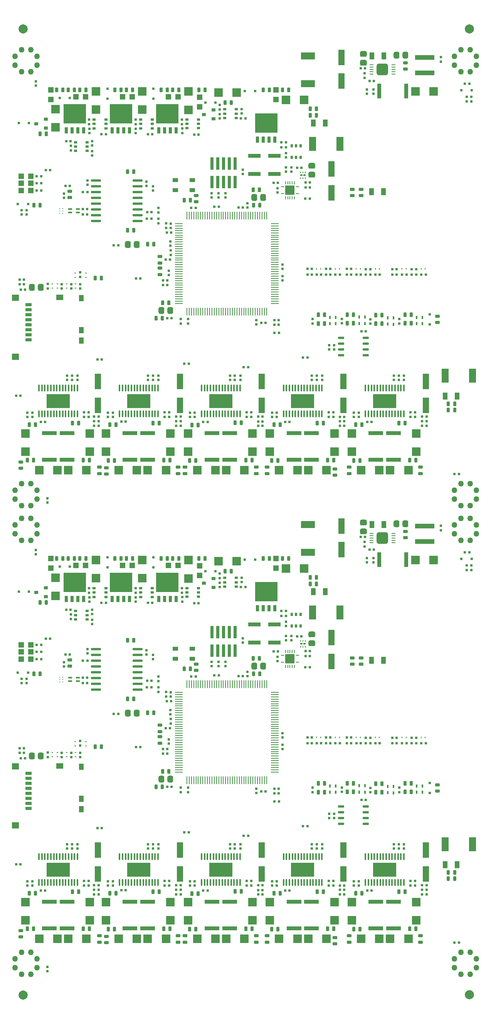
<source format=gtp>
G04 Layer_Color=8421504*
%FSLAX24Y24*%
%MOIN*%
G70*
G01*
G75*
G04:AMPARAMS|DCode=11|XSize=78.7mil|YSize=78.7mil|CornerRadius=39.4mil|HoleSize=0mil|Usage=FLASHONLY|Rotation=90.000|XOffset=0mil|YOffset=0mil|HoleType=Round|Shape=RoundedRectangle|*
%AMROUNDEDRECTD11*
21,1,0.0787,0.0000,0,0,90.0*
21,1,0.0000,0.0787,0,0,90.0*
1,1,0.0787,0.0000,0.0000*
1,1,0.0787,0.0000,0.0000*
1,1,0.0787,0.0000,0.0000*
1,1,0.0787,0.0000,0.0000*
%
%ADD11ROUNDEDRECTD11*%
%ADD41R,0.0591X0.0453*%
%ADD45C,0.0500*%
%ADD142R,0.0236X0.0118*%
%ADD143R,0.0787X0.0787*%
%ADD144O,0.0295X0.0090*%
%ADD145O,0.0090X0.0295*%
%ADD146R,0.0138X0.0098*%
G04:AMPARAMS|DCode=147|XSize=20mil|YSize=22mil|CornerRadius=3.4mil|HoleSize=0mil|Usage=FLASHONLY|Rotation=0.000|XOffset=0mil|YOffset=0mil|HoleType=Round|Shape=RoundedRectangle|*
%AMROUNDEDRECTD147*
21,1,0.0200,0.0152,0,0,0.0*
21,1,0.0132,0.0220,0,0,0.0*
1,1,0.0068,0.0066,-0.0076*
1,1,0.0068,-0.0066,-0.0076*
1,1,0.0068,-0.0066,0.0076*
1,1,0.0068,0.0066,0.0076*
%
%ADD147ROUNDEDRECTD147*%
%ADD148R,0.0220X0.0220*%
G04:AMPARAMS|DCode=149|XSize=27.1mil|YSize=37.4mil|CornerRadius=4.8mil|HoleSize=0mil|Usage=FLASHONLY|Rotation=0.000|XOffset=0mil|YOffset=0mil|HoleType=Round|Shape=RoundedRectangle|*
%AMROUNDEDRECTD149*
21,1,0.0271,0.0277,0,0,0.0*
21,1,0.0175,0.0374,0,0,0.0*
1,1,0.0097,0.0087,-0.0139*
1,1,0.0097,-0.0087,-0.0139*
1,1,0.0097,-0.0087,0.0139*
1,1,0.0097,0.0087,0.0139*
%
%ADD149ROUNDEDRECTD149*%
G04:AMPARAMS|DCode=150|XSize=27.1mil|YSize=37.4mil|CornerRadius=4.8mil|HoleSize=0mil|Usage=FLASHONLY|Rotation=270.000|XOffset=0mil|YOffset=0mil|HoleType=Round|Shape=RoundedRectangle|*
%AMROUNDEDRECTD150*
21,1,0.0271,0.0277,0,0,270.0*
21,1,0.0175,0.0374,0,0,270.0*
1,1,0.0097,-0.0139,-0.0087*
1,1,0.0097,-0.0139,0.0087*
1,1,0.0097,0.0139,0.0087*
1,1,0.0097,0.0139,-0.0087*
%
%ADD150ROUNDEDRECTD150*%
G04:AMPARAMS|DCode=151|XSize=20mil|YSize=22mil|CornerRadius=3.4mil|HoleSize=0mil|Usage=FLASHONLY|Rotation=270.000|XOffset=0mil|YOffset=0mil|HoleType=Round|Shape=RoundedRectangle|*
%AMROUNDEDRECTD151*
21,1,0.0200,0.0152,0,0,270.0*
21,1,0.0132,0.0220,0,0,270.0*
1,1,0.0068,-0.0076,-0.0066*
1,1,0.0068,-0.0076,0.0066*
1,1,0.0068,0.0076,0.0066*
1,1,0.0068,0.0076,-0.0066*
%
%ADD151ROUNDEDRECTD151*%
%ADD152R,0.0108X0.0086*%
%ADD153R,0.0334X0.0137*%
%ADD154R,0.1082X0.0374*%
%ADD155R,0.0340X0.0300*%
%ADD156R,0.0220X0.0220*%
%ADD157R,0.0770X0.0770*%
%ADD158R,0.0770X0.0770*%
%ADD159R,0.0216X0.0315*%
%ADD160R,0.0315X0.0216*%
%ADD161R,0.0413X0.0649*%
G04:AMPARAMS|DCode=162|XSize=50mil|YSize=58mil|CornerRadius=12mil|HoleSize=0mil|Usage=FLASHONLY|Rotation=270.000|XOffset=0mil|YOffset=0mil|HoleType=Round|Shape=RoundedRectangle|*
%AMROUNDEDRECTD162*
21,1,0.0500,0.0340,0,0,270.0*
21,1,0.0260,0.0580,0,0,270.0*
1,1,0.0240,-0.0170,-0.0130*
1,1,0.0240,-0.0170,0.0130*
1,1,0.0240,0.0170,0.0130*
1,1,0.0240,0.0170,-0.0130*
%
%ADD162ROUNDEDRECTD162*%
%ADD163R,0.0531X0.1319*%
%ADD164R,0.0098X0.0138*%
%ADD165O,0.0118X0.0649*%
%ADD166R,0.2035X0.1200*%
%ADD167R,0.0649X0.0531*%
%ADD168R,0.0433X0.0571*%
%ADD169R,0.0571X0.0295*%
G04:AMPARAMS|DCode=170|XSize=50mil|YSize=58mil|CornerRadius=12mil|HoleSize=0mil|Usage=FLASHONLY|Rotation=0.000|XOffset=0mil|YOffset=0mil|HoleType=Round|Shape=RoundedRectangle|*
%AMROUNDEDRECTD170*
21,1,0.0500,0.0340,0,0,0.0*
21,1,0.0260,0.0580,0,0,0.0*
1,1,0.0240,0.0130,-0.0170*
1,1,0.0240,-0.0130,-0.0170*
1,1,0.0240,-0.0130,0.0170*
1,1,0.0240,0.0130,0.0170*
%
%ADD170ROUNDEDRECTD170*%
%ADD171R,0.0460X0.0460*%
%ADD172R,0.0460X0.0460*%
%ADD173R,0.1240X0.0610*%
%ADD174R,0.0610X0.1240*%
%ADD175R,0.0180X0.0260*%
%ADD176R,0.0275X0.1082*%
%ADD177R,0.1653X0.0445*%
%ADD178R,0.0260X0.0540*%
%ADD179R,0.1950X0.1680*%
%ADD180R,0.1279X0.0334*%
%ADD181R,0.0334X0.1279*%
%ADD182O,0.0689X0.0098*%
%ADD183O,0.0098X0.0689*%
%ADD184R,0.0382X0.0098*%
G04:AMPARAMS|DCode=185|XSize=103mil|YSize=103mil|CornerRadius=25.3mil|HoleSize=0mil|Usage=FLASHONLY|Rotation=0.000|XOffset=0mil|YOffset=0mil|HoleType=Round|Shape=RoundedRectangle|*
%AMROUNDEDRECTD185*
21,1,0.1030,0.0525,0,0,0.0*
21,1,0.0525,0.1030,0,0,0.0*
1,1,0.0505,0.0263,-0.0263*
1,1,0.0505,-0.0263,-0.0263*
1,1,0.0505,-0.0263,0.0263*
1,1,0.0505,0.0263,0.0263*
%
%ADD185ROUNDEDRECTD185*%
%ADD186O,0.0886X0.0216*%
%ADD187O,0.0571X0.0216*%
%ADD188R,0.0452X0.0334*%
%ADD189R,0.0090X0.0137*%
G36*
X16192Y36205D02*
Y36153D01*
X15980D01*
Y36205D01*
X16015Y36240D01*
X16157D01*
X16192Y36205D01*
D02*
G37*
G36*
X16571D02*
Y36153D01*
X16361D01*
Y36205D01*
X16401Y36240D01*
X16541D01*
X16571Y36205D01*
D02*
G37*
G36*
X15818Y36201D02*
Y36153D01*
X15677D01*
Y36244D01*
X15775D01*
X15818Y36201D01*
D02*
G37*
G36*
X12561Y36205D02*
Y36153D01*
X12351D01*
Y36205D01*
X12391Y36240D01*
X12531D01*
X12561Y36205D01*
D02*
G37*
G36*
X12861Y36153D02*
X12731D01*
Y36201D01*
X12771Y36244D01*
X12861D01*
Y36153D01*
D02*
G37*
G36*
X24369Y36761D02*
X24334Y36731D01*
X24184D01*
X24145Y36771D01*
Y37011D01*
X24369D01*
Y36761D01*
D02*
G37*
G36*
X24747D02*
X24712Y36731D01*
X24562D01*
X24523Y36771D01*
Y37011D01*
X24747D01*
Y36761D01*
D02*
G37*
G36*
X25796Y36491D02*
X25696D01*
Y37011D01*
X25796D01*
Y36491D01*
D02*
G37*
G36*
X16871Y36153D02*
X16741D01*
Y36201D01*
X16781Y36244D01*
X16871D01*
Y36153D01*
D02*
G37*
G36*
X23976Y36491D02*
X23865D01*
Y37011D01*
X23976D01*
Y36491D01*
D02*
G37*
G36*
X25426Y35353D02*
X25296D01*
Y35401D01*
X25336Y35444D01*
X25426D01*
Y35353D01*
D02*
G37*
G36*
X7823Y36201D02*
Y36153D01*
X7681D01*
Y36244D01*
X7780D01*
X7823Y36201D01*
D02*
G37*
G36*
X25126Y35405D02*
Y35353D01*
X24916D01*
Y35405D01*
X24956Y35440D01*
X25096D01*
X25126Y35405D01*
D02*
G37*
G36*
X24373Y35401D02*
Y35353D01*
X24232D01*
Y35444D01*
X24330D01*
X24373Y35401D01*
D02*
G37*
G36*
X24747Y35405D02*
Y35353D01*
X24535D01*
Y35405D01*
X24570Y35440D01*
X24712D01*
X24747Y35405D01*
D02*
G37*
G36*
X11808Y36201D02*
Y36153D01*
X11667D01*
Y36244D01*
X11765D01*
X11808Y36201D01*
D02*
G37*
G36*
X12182Y36205D02*
Y36153D01*
X11970D01*
Y36205D01*
X12005Y36240D01*
X12147D01*
X12182Y36205D01*
D02*
G37*
G36*
X8876Y36153D02*
X8746D01*
Y36201D01*
X8786Y36244D01*
X8876D01*
Y36153D01*
D02*
G37*
G36*
X8197Y36205D02*
Y36153D01*
X7985D01*
Y36205D01*
X8020Y36240D01*
X8162D01*
X8197Y36205D01*
D02*
G37*
G36*
X8576D02*
Y36153D01*
X8366D01*
Y36205D01*
X8406Y36240D01*
X8546D01*
X8576Y36205D01*
D02*
G37*
G36*
X12182Y37561D02*
X12147Y37531D01*
X11997D01*
X11958Y37571D01*
Y37811D01*
X12182D01*
Y37561D01*
D02*
G37*
G36*
X12561Y37571D02*
X12521Y37531D01*
X12381D01*
X12341Y37571D01*
Y37811D01*
X12561D01*
Y37571D01*
D02*
G37*
G36*
X11804Y37561D02*
X11769Y37531D01*
X11619D01*
X11580Y37571D01*
Y37811D01*
X11804D01*
Y37561D01*
D02*
G37*
G36*
X8576Y37571D02*
X8536Y37531D01*
X8396D01*
X8356Y37571D01*
Y37811D01*
X8576D01*
Y37571D01*
D02*
G37*
G36*
X8946D02*
X8916Y37531D01*
X8766D01*
X8726Y37571D01*
Y37811D01*
X8946D01*
Y37571D01*
D02*
G37*
G36*
X16571D02*
X16531Y37531D01*
X16391D01*
X16351Y37571D01*
Y37811D01*
X16571D01*
Y37571D01*
D02*
G37*
G36*
X16941D02*
X16911Y37531D01*
X16761D01*
X16721Y37571D01*
Y37811D01*
X16941D01*
Y37571D01*
D02*
G37*
G36*
X16192Y37561D02*
X16157Y37531D01*
X16007D01*
X15968Y37571D01*
Y37811D01*
X16192D01*
Y37561D01*
D02*
G37*
G36*
X12931Y37571D02*
X12901Y37531D01*
X12751D01*
X12711Y37571D01*
Y37811D01*
X12931D01*
Y37571D01*
D02*
G37*
G36*
X15814Y37561D02*
X15779Y37531D01*
X15629D01*
X15590Y37571D01*
Y37811D01*
X15814D01*
Y37561D01*
D02*
G37*
G36*
X9246Y37291D02*
X9146D01*
Y37811D01*
X9246D01*
Y37291D01*
D02*
G37*
G36*
X11411D02*
X11300D01*
Y37811D01*
X11411D01*
Y37291D01*
D02*
G37*
G36*
X7426D02*
X7315D01*
Y37811D01*
X7426D01*
Y37291D01*
D02*
G37*
G36*
X25126Y36771D02*
X25086Y36731D01*
X24946D01*
X24906Y36771D01*
Y37011D01*
X25126D01*
Y36771D01*
D02*
G37*
G36*
X25496D02*
X25466Y36731D01*
X25316D01*
X25276Y36771D01*
Y37011D01*
X25496D01*
Y36771D01*
D02*
G37*
G36*
X7819Y37561D02*
X7784Y37531D01*
X7634D01*
X7595Y37571D01*
Y37811D01*
X7819D01*
Y37561D01*
D02*
G37*
G36*
X8197D02*
X8162Y37531D01*
X8012D01*
X7973Y37571D01*
Y37811D01*
X8197D01*
Y37561D01*
D02*
G37*
G36*
X17241Y37291D02*
X17141D01*
Y37811D01*
X17241D01*
Y37291D01*
D02*
G37*
G36*
X13231D02*
X13131D01*
Y37811D01*
X13231D01*
Y37291D01*
D02*
G37*
G36*
X15421D02*
X15310D01*
Y37811D01*
X15421D01*
Y37291D01*
D02*
G37*
G36*
X16192Y76705D02*
Y76653D01*
X15980D01*
Y76705D01*
X16015Y76740D01*
X16157D01*
X16192Y76705D01*
D02*
G37*
G36*
X16571D02*
Y76653D01*
X16361D01*
Y76705D01*
X16401Y76740D01*
X16541D01*
X16571Y76705D01*
D02*
G37*
G36*
X15818Y76701D02*
Y76653D01*
X15677D01*
Y76744D01*
X15775D01*
X15818Y76701D01*
D02*
G37*
G36*
X12561Y76705D02*
Y76653D01*
X12351D01*
Y76705D01*
X12391Y76740D01*
X12531D01*
X12561Y76705D01*
D02*
G37*
G36*
X12861Y76653D02*
X12731D01*
Y76701D01*
X12771Y76744D01*
X12861D01*
Y76653D01*
D02*
G37*
G36*
X24369Y77261D02*
X24334Y77231D01*
X24184D01*
X24145Y77271D01*
Y77511D01*
X24369D01*
Y77261D01*
D02*
G37*
G36*
X24747D02*
X24712Y77231D01*
X24562D01*
X24523Y77271D01*
Y77511D01*
X24747D01*
Y77261D01*
D02*
G37*
G36*
X25796Y76991D02*
X25696D01*
Y77511D01*
X25796D01*
Y76991D01*
D02*
G37*
G36*
X16871Y76653D02*
X16741D01*
Y76701D01*
X16781Y76744D01*
X16871D01*
Y76653D01*
D02*
G37*
G36*
X23976Y76991D02*
X23865D01*
Y77511D01*
X23976D01*
Y76991D01*
D02*
G37*
G36*
X25426Y75853D02*
X25296D01*
Y75901D01*
X25336Y75944D01*
X25426D01*
Y75853D01*
D02*
G37*
G36*
X7823Y76701D02*
Y76653D01*
X7681D01*
Y76744D01*
X7780D01*
X7823Y76701D01*
D02*
G37*
G36*
X25126Y75904D02*
Y75853D01*
X24916D01*
Y75904D01*
X24956Y75940D01*
X25096D01*
X25126Y75904D01*
D02*
G37*
G36*
X24373Y75901D02*
Y75853D01*
X24232D01*
Y75944D01*
X24330D01*
X24373Y75901D01*
D02*
G37*
G36*
X24747Y75904D02*
Y75853D01*
X24535D01*
Y75904D01*
X24570Y75940D01*
X24712D01*
X24747Y75904D01*
D02*
G37*
G36*
X11808Y76701D02*
Y76653D01*
X11667D01*
Y76744D01*
X11765D01*
X11808Y76701D01*
D02*
G37*
G36*
X12182Y76705D02*
Y76653D01*
X11970D01*
Y76705D01*
X12005Y76740D01*
X12147D01*
X12182Y76705D01*
D02*
G37*
G36*
X8876Y76653D02*
X8746D01*
Y76701D01*
X8786Y76744D01*
X8876D01*
Y76653D01*
D02*
G37*
G36*
X8197Y76705D02*
Y76653D01*
X7985D01*
Y76705D01*
X8020Y76740D01*
X8162D01*
X8197Y76705D01*
D02*
G37*
G36*
X8576D02*
Y76653D01*
X8366D01*
Y76705D01*
X8406Y76740D01*
X8546D01*
X8576Y76705D01*
D02*
G37*
G36*
X12182Y78061D02*
X12147Y78031D01*
X11997D01*
X11958Y78071D01*
Y78311D01*
X12182D01*
Y78061D01*
D02*
G37*
G36*
X12561Y78071D02*
X12521Y78031D01*
X12381D01*
X12341Y78071D01*
Y78311D01*
X12561D01*
Y78071D01*
D02*
G37*
G36*
X11804Y78061D02*
X11769Y78031D01*
X11619D01*
X11580Y78071D01*
Y78311D01*
X11804D01*
Y78061D01*
D02*
G37*
G36*
X8576Y78071D02*
X8536Y78031D01*
X8396D01*
X8356Y78071D01*
Y78311D01*
X8576D01*
Y78071D01*
D02*
G37*
G36*
X8946D02*
X8916Y78031D01*
X8766D01*
X8726Y78071D01*
Y78311D01*
X8946D01*
Y78071D01*
D02*
G37*
G36*
X16571D02*
X16531Y78031D01*
X16391D01*
X16351Y78071D01*
Y78311D01*
X16571D01*
Y78071D01*
D02*
G37*
G36*
X16941D02*
X16911Y78031D01*
X16761D01*
X16721Y78071D01*
Y78311D01*
X16941D01*
Y78071D01*
D02*
G37*
G36*
X16192Y78061D02*
X16157Y78031D01*
X16007D01*
X15968Y78071D01*
Y78311D01*
X16192D01*
Y78061D01*
D02*
G37*
G36*
X12931Y78071D02*
X12901Y78031D01*
X12751D01*
X12711Y78071D01*
Y78311D01*
X12931D01*
Y78071D01*
D02*
G37*
G36*
X15814Y78061D02*
X15779Y78031D01*
X15629D01*
X15590Y78071D01*
Y78311D01*
X15814D01*
Y78061D01*
D02*
G37*
G36*
X9246Y77791D02*
X9146D01*
Y78311D01*
X9246D01*
Y77791D01*
D02*
G37*
G36*
X11411D02*
X11300D01*
Y78311D01*
X11411D01*
Y77791D01*
D02*
G37*
G36*
X7426D02*
X7315D01*
Y78311D01*
X7426D01*
Y77791D01*
D02*
G37*
G36*
X25126Y77271D02*
X25086Y77231D01*
X24946D01*
X24906Y77271D01*
Y77511D01*
X25126D01*
Y77271D01*
D02*
G37*
G36*
X25496D02*
X25466Y77231D01*
X25316D01*
X25276Y77271D01*
Y77511D01*
X25496D01*
Y77271D01*
D02*
G37*
G36*
X7819Y78061D02*
X7784Y78031D01*
X7634D01*
X7595Y78071D01*
Y78311D01*
X7819D01*
Y78061D01*
D02*
G37*
G36*
X8197D02*
X8162Y78031D01*
X8012D01*
X7973Y78071D01*
Y78311D01*
X8197D01*
Y78061D01*
D02*
G37*
G36*
X17241Y77791D02*
X17141D01*
Y78311D01*
X17241D01*
Y77791D01*
D02*
G37*
G36*
X13231D02*
X13131D01*
Y78311D01*
X13231D01*
Y77791D01*
D02*
G37*
G36*
X15421D02*
X15310D01*
Y78311D01*
X15421D01*
Y77791D01*
D02*
G37*
D11*
X3811Y1311D02*
D03*
X42400Y1341D02*
D03*
Y84819D02*
D03*
X3811D02*
D03*
D41*
X6976Y21110D02*
D03*
Y61610D02*
D03*
D45*
X4455Y3116D02*
D03*
X3667D02*
D03*
X3116Y3667D02*
D03*
Y4455D02*
D03*
X3667Y5006D02*
D03*
X4455D02*
D03*
X5006Y4455D02*
D03*
Y3667D02*
D03*
X4455Y40616D02*
D03*
X3667D02*
D03*
X3116Y41167D02*
D03*
Y41955D02*
D03*
X3667Y42506D02*
D03*
X4455D02*
D03*
X5006Y41955D02*
D03*
Y41167D02*
D03*
X42455Y40616D02*
D03*
X41667D02*
D03*
X41116Y41167D02*
D03*
Y41955D02*
D03*
X41667Y42506D02*
D03*
X42455D02*
D03*
X43006Y41955D02*
D03*
Y41167D02*
D03*
X42455Y3116D02*
D03*
X41667D02*
D03*
X41116Y3667D02*
D03*
Y4455D02*
D03*
X41667Y5006D02*
D03*
X42455D02*
D03*
X43006Y4455D02*
D03*
Y3667D02*
D03*
X4455Y43616D02*
D03*
X3667D02*
D03*
X3116Y44167D02*
D03*
Y44955D02*
D03*
X3667Y45506D02*
D03*
X4455D02*
D03*
X5006Y44955D02*
D03*
Y44167D02*
D03*
X4455Y81116D02*
D03*
X3667D02*
D03*
X3116Y81667D02*
D03*
Y82455D02*
D03*
X3667Y83006D02*
D03*
X4455D02*
D03*
X5006Y82455D02*
D03*
Y81667D02*
D03*
X42455Y81116D02*
D03*
X41667D02*
D03*
X41116Y81667D02*
D03*
Y82455D02*
D03*
X41667Y83006D02*
D03*
X42455D02*
D03*
X43006Y82455D02*
D03*
Y81667D02*
D03*
X42455Y43616D02*
D03*
X41667D02*
D03*
X41116Y44167D02*
D03*
Y44955D02*
D03*
X41667Y45506D02*
D03*
X42455D02*
D03*
X43006Y44955D02*
D03*
Y44167D02*
D03*
D142*
X27870Y31667D02*
D03*
X28145D02*
D03*
X27870Y72167D02*
D03*
X28145D02*
D03*
D143*
X26882Y30366D02*
D03*
Y70866D02*
D03*
D144*
X26242Y30071D02*
D03*
Y30661D02*
D03*
X27522D02*
D03*
Y30071D02*
D03*
X26242Y70571D02*
D03*
Y71161D02*
D03*
X27522D02*
D03*
Y70571D02*
D03*
D145*
X26488Y31006D02*
D03*
X26685D02*
D03*
X26882D02*
D03*
X27079D02*
D03*
X27276D02*
D03*
Y29726D02*
D03*
X27079D02*
D03*
X26882D02*
D03*
X26685D02*
D03*
X26488D02*
D03*
Y71506D02*
D03*
X26685D02*
D03*
X26882D02*
D03*
X27079D02*
D03*
X27276D02*
D03*
Y70226D02*
D03*
X27079D02*
D03*
X26882D02*
D03*
X26685D02*
D03*
X26488D02*
D03*
D146*
X8348Y21921D02*
D03*
Y22276D02*
D03*
X7571Y21921D02*
D03*
Y22276D02*
D03*
X9224Y22856D02*
D03*
Y23211D02*
D03*
X8309Y22846D02*
D03*
Y23201D02*
D03*
X6754Y21921D02*
D03*
Y22276D02*
D03*
X6350Y21921D02*
D03*
Y22276D02*
D03*
X8348Y62421D02*
D03*
Y62776D02*
D03*
X7571Y62421D02*
D03*
Y62776D02*
D03*
X9224Y63356D02*
D03*
Y63711D02*
D03*
X8309Y63346D02*
D03*
Y63701D02*
D03*
X6754Y62421D02*
D03*
Y62776D02*
D03*
X6350Y62421D02*
D03*
Y62776D02*
D03*
D147*
X25842Y31026D02*
D03*
X25465D02*
D03*
X7838Y30741D02*
D03*
X7461D02*
D03*
X11642Y25601D02*
D03*
X12021D02*
D03*
X20720Y28931D02*
D03*
X20341D02*
D03*
X26530Y34507D02*
D03*
X26151D02*
D03*
X18606Y35191D02*
D03*
X18983D02*
D03*
X14595Y35219D02*
D03*
X14971D02*
D03*
X10579Y35209D02*
D03*
X10956D02*
D03*
X24508Y10391D02*
D03*
X24131D02*
D03*
X38688Y10011D02*
D03*
X38311D02*
D03*
X31578D02*
D03*
X31201D02*
D03*
X13553Y22748D02*
D03*
X13932D02*
D03*
X3979Y21781D02*
D03*
X3602D02*
D03*
X30812Y23081D02*
D03*
X31191D02*
D03*
X34272D02*
D03*
X34651D02*
D03*
X38242D02*
D03*
X38621D02*
D03*
X29192Y23080D02*
D03*
X29571D02*
D03*
X32622Y23081D02*
D03*
X33001D02*
D03*
X36582D02*
D03*
X36961D02*
D03*
X42176Y38428D02*
D03*
X42553D02*
D03*
X42556Y38028D02*
D03*
X42177D02*
D03*
X41491Y5841D02*
D03*
X41112D02*
D03*
X42387Y39567D02*
D03*
X42008D02*
D03*
X3201Y12621D02*
D03*
X3580D02*
D03*
X6141Y32111D02*
D03*
X5762D02*
D03*
X25541Y18041D02*
D03*
X25920D02*
D03*
X25901Y19131D02*
D03*
X25522D02*
D03*
X25531Y18731D02*
D03*
X25910D02*
D03*
X10615Y15750D02*
D03*
X10236D02*
D03*
X18125Y15366D02*
D03*
X17746D02*
D03*
X28391Y15898D02*
D03*
X28012D02*
D03*
X23263Y15061D02*
D03*
X22884D02*
D03*
X33070Y18191D02*
D03*
X33447D02*
D03*
X23028Y36561D02*
D03*
X22651D02*
D03*
X24508Y10011D02*
D03*
X24131D02*
D03*
X19755Y10331D02*
D03*
X19378D02*
D03*
X18344Y28841D02*
D03*
X18721D02*
D03*
X16274Y19321D02*
D03*
X16651D02*
D03*
X30371Y23561D02*
D03*
X29994D02*
D03*
X33821Y23551D02*
D03*
X33444D02*
D03*
X37791D02*
D03*
X37414D02*
D03*
X16278Y22561D02*
D03*
X15901D02*
D03*
X16598Y26721D02*
D03*
X16221D02*
D03*
X16268Y22161D02*
D03*
X15891D02*
D03*
X28781Y23081D02*
D03*
X28404D02*
D03*
X32171Y23561D02*
D03*
X31794D02*
D03*
X36111Y23551D02*
D03*
X35734D02*
D03*
X22808Y28881D02*
D03*
X22431D02*
D03*
X24394Y18921D02*
D03*
X24771D02*
D03*
X27499Y32315D02*
D03*
X27876D02*
D03*
X28597Y30607D02*
D03*
X28220D02*
D03*
X28597Y31037D02*
D03*
X28220D02*
D03*
X34134Y39815D02*
D03*
X33757D02*
D03*
X3881Y22651D02*
D03*
X3504D02*
D03*
X9941Y10401D02*
D03*
X10318D02*
D03*
X17051Y10411D02*
D03*
X17428D02*
D03*
X31201Y10401D02*
D03*
X31578D02*
D03*
X38311D02*
D03*
X38688D02*
D03*
X9358Y30221D02*
D03*
X8981D02*
D03*
X5695Y10331D02*
D03*
X5318D02*
D03*
X12664Y10361D02*
D03*
X12287D02*
D03*
X26841Y10331D02*
D03*
X26464D02*
D03*
X33930D02*
D03*
X33553D02*
D03*
X5360Y30961D02*
D03*
X4981D02*
D03*
X5360Y30351D02*
D03*
X4981D02*
D03*
X30371Y23081D02*
D03*
X29992D02*
D03*
X33821D02*
D03*
X33442D02*
D03*
X37791D02*
D03*
X37412D02*
D03*
X28781Y23561D02*
D03*
X28402D02*
D03*
X32171Y23081D02*
D03*
X31792D02*
D03*
X36111D02*
D03*
X35732D02*
D03*
X9941Y10801D02*
D03*
X10320D02*
D03*
X17051D02*
D03*
X17430D02*
D03*
X31201Y10791D02*
D03*
X31580D02*
D03*
X38311Y10801D02*
D03*
X38690D02*
D03*
X9941Y10011D02*
D03*
X10320D02*
D03*
X17051Y10021D02*
D03*
X17430D02*
D03*
X7910Y34621D02*
D03*
X7531D02*
D03*
X28596Y29657D02*
D03*
X28217D02*
D03*
X26530Y34087D02*
D03*
X26151D02*
D03*
X4982Y31571D02*
D03*
X5361D02*
D03*
X33373Y40895D02*
D03*
X32994D02*
D03*
X3502Y22251D02*
D03*
X3881D02*
D03*
X16121Y24381D02*
D03*
X16500D02*
D03*
X14511Y27911D02*
D03*
X14890D02*
D03*
X8971Y28731D02*
D03*
X9350D02*
D03*
X14521Y28461D02*
D03*
X14900D02*
D03*
X8971Y28291D02*
D03*
X9350D02*
D03*
X24131Y10795D02*
D03*
X24510D02*
D03*
X25842Y71526D02*
D03*
X25465D02*
D03*
X7838Y71241D02*
D03*
X7461D02*
D03*
X11642Y66101D02*
D03*
X12021D02*
D03*
X20720Y69431D02*
D03*
X20341D02*
D03*
X26530Y75007D02*
D03*
X26151D02*
D03*
X18606Y75691D02*
D03*
X18983D02*
D03*
X14595Y75718D02*
D03*
X14971D02*
D03*
X10579Y75709D02*
D03*
X10956D02*
D03*
X24508Y50891D02*
D03*
X24131D02*
D03*
X38688Y50511D02*
D03*
X38311D02*
D03*
X31578D02*
D03*
X31201D02*
D03*
X13553Y63248D02*
D03*
X13932D02*
D03*
X3979Y62281D02*
D03*
X3602D02*
D03*
X30812Y63581D02*
D03*
X31191D02*
D03*
X34272D02*
D03*
X34651D02*
D03*
X38242D02*
D03*
X38621D02*
D03*
X29192Y63580D02*
D03*
X29571D02*
D03*
X32622Y63581D02*
D03*
X33001D02*
D03*
X36582D02*
D03*
X36961D02*
D03*
X42176Y78928D02*
D03*
X42553D02*
D03*
X42556Y78528D02*
D03*
X42177D02*
D03*
X41491Y46341D02*
D03*
X41112D02*
D03*
X42387Y80067D02*
D03*
X42008D02*
D03*
X3201Y53121D02*
D03*
X3580D02*
D03*
X6141Y72611D02*
D03*
X5762D02*
D03*
X25541Y58541D02*
D03*
X25920D02*
D03*
X25901Y59631D02*
D03*
X25522D02*
D03*
X25531Y59231D02*
D03*
X25910D02*
D03*
X10615Y56250D02*
D03*
X10236D02*
D03*
X18125Y55866D02*
D03*
X17746D02*
D03*
X28391Y56398D02*
D03*
X28012D02*
D03*
X23263Y55561D02*
D03*
X22884D02*
D03*
X33070Y58691D02*
D03*
X33447D02*
D03*
X23028Y77061D02*
D03*
X22651D02*
D03*
X24508Y50511D02*
D03*
X24131D02*
D03*
X19755Y50831D02*
D03*
X19378D02*
D03*
X18344Y69341D02*
D03*
X18721D02*
D03*
X16274Y59821D02*
D03*
X16651D02*
D03*
X30371Y64061D02*
D03*
X29994D02*
D03*
X33821Y64051D02*
D03*
X33444D02*
D03*
X37791D02*
D03*
X37414D02*
D03*
X16278Y63061D02*
D03*
X15901D02*
D03*
X16598Y67221D02*
D03*
X16221D02*
D03*
X16268Y62661D02*
D03*
X15891D02*
D03*
X28781Y63581D02*
D03*
X28404D02*
D03*
X32171Y64061D02*
D03*
X31794D02*
D03*
X36111Y64051D02*
D03*
X35734D02*
D03*
X22808Y69381D02*
D03*
X22431D02*
D03*
X24394Y59421D02*
D03*
X24771D02*
D03*
X27499Y72815D02*
D03*
X27876D02*
D03*
X28597Y71107D02*
D03*
X28220D02*
D03*
X28597Y71537D02*
D03*
X28220D02*
D03*
X34134Y80315D02*
D03*
X33757D02*
D03*
X3881Y63151D02*
D03*
X3504D02*
D03*
X9941Y50901D02*
D03*
X10318D02*
D03*
X17051Y50911D02*
D03*
X17428D02*
D03*
X31201Y50901D02*
D03*
X31578D02*
D03*
X38311D02*
D03*
X38688D02*
D03*
X9358Y70721D02*
D03*
X8981D02*
D03*
X5695Y50831D02*
D03*
X5318D02*
D03*
X12664Y50861D02*
D03*
X12287D02*
D03*
X26841Y50831D02*
D03*
X26464D02*
D03*
X33930D02*
D03*
X33553D02*
D03*
X5360Y71461D02*
D03*
X4981D02*
D03*
X5360Y70851D02*
D03*
X4981D02*
D03*
X30371Y63581D02*
D03*
X29992D02*
D03*
X33821D02*
D03*
X33442D02*
D03*
X37791D02*
D03*
X37412D02*
D03*
X28781Y64061D02*
D03*
X28402D02*
D03*
X32171Y63581D02*
D03*
X31792D02*
D03*
X36111D02*
D03*
X35732D02*
D03*
X9941Y51301D02*
D03*
X10320D02*
D03*
X17051D02*
D03*
X17430D02*
D03*
X31201Y51291D02*
D03*
X31580D02*
D03*
X38311Y51301D02*
D03*
X38690D02*
D03*
X9941Y50511D02*
D03*
X10320D02*
D03*
X17051Y50521D02*
D03*
X17430D02*
D03*
X7910Y75121D02*
D03*
X7531D02*
D03*
X28596Y70157D02*
D03*
X28217D02*
D03*
X26530Y74587D02*
D03*
X26151D02*
D03*
X4982Y72071D02*
D03*
X5361D02*
D03*
X33373Y81395D02*
D03*
X32994D02*
D03*
X3502Y62751D02*
D03*
X3881D02*
D03*
X16121Y64881D02*
D03*
X16500D02*
D03*
X14511Y68411D02*
D03*
X14890D02*
D03*
X8971Y69231D02*
D03*
X9350D02*
D03*
X14521Y68961D02*
D03*
X14900D02*
D03*
X8971Y68791D02*
D03*
X9350D02*
D03*
X24131Y51295D02*
D03*
X24510D02*
D03*
D148*
X42586Y39018D02*
D03*
X41713D02*
D03*
X22981Y38941D02*
D03*
X23854D02*
D03*
X6971Y38331D02*
D03*
X7844D02*
D03*
X20431Y37941D02*
D03*
X19558D02*
D03*
X3441Y36191D02*
D03*
X4314D02*
D03*
X3348Y29181D02*
D03*
X4221D02*
D03*
X42586Y79518D02*
D03*
X41713D02*
D03*
X22981Y79441D02*
D03*
X23854D02*
D03*
X6971Y78831D02*
D03*
X7844D02*
D03*
X20431Y78441D02*
D03*
X19558D02*
D03*
X3441Y76691D02*
D03*
X4314D02*
D03*
X3348Y69681D02*
D03*
X4221D02*
D03*
D149*
X12833Y26911D02*
D03*
X13369D02*
D03*
X12833Y31971D02*
D03*
X13369D02*
D03*
X5279Y29071D02*
D03*
X4743D02*
D03*
X28633Y37401D02*
D03*
X29169D02*
D03*
X28633Y36851D02*
D03*
X29169D02*
D03*
X4345Y10101D02*
D03*
X4880D02*
D03*
X11313D02*
D03*
X11849D02*
D03*
X25490D02*
D03*
X26026D02*
D03*
X32579D02*
D03*
X33115D02*
D03*
X8613Y10251D02*
D03*
X8078D02*
D03*
X15582D02*
D03*
X15046D02*
D03*
X29759D02*
D03*
X29223D02*
D03*
X36848D02*
D03*
X36312D02*
D03*
X18403Y10091D02*
D03*
X18939D02*
D03*
X22673Y10261D02*
D03*
X22137D02*
D03*
X5809Y35231D02*
D03*
X5273D02*
D03*
X21809Y37941D02*
D03*
X21273D02*
D03*
X7703Y39031D02*
D03*
X8239D02*
D03*
X12259D02*
D03*
X11723D02*
D03*
X16269Y39031D02*
D03*
X15733D02*
D03*
X25089Y39031D02*
D03*
X24553D02*
D03*
X4153Y7031D02*
D03*
X4689D02*
D03*
X11173Y7021D02*
D03*
X11708D02*
D03*
X25300D02*
D03*
X25836D02*
D03*
X32389D02*
D03*
X32924D02*
D03*
X8995Y7031D02*
D03*
X9530D02*
D03*
X15963D02*
D03*
X16499D02*
D03*
X30140D02*
D03*
X30676D02*
D03*
X37229D02*
D03*
X37764D02*
D03*
X18750Y7021D02*
D03*
X18214D02*
D03*
X23590Y7031D02*
D03*
X23054D02*
D03*
X23691Y30406D02*
D03*
X24226D02*
D03*
X15849Y19311D02*
D03*
X15313D02*
D03*
X15089Y25711D02*
D03*
X14553D02*
D03*
X40583Y11381D02*
D03*
X41119D02*
D03*
X40583Y11921D02*
D03*
X41119D02*
D03*
X18259Y29511D02*
D03*
X17723D02*
D03*
X6693Y39031D02*
D03*
X7229D02*
D03*
X19549Y39031D02*
D03*
X19013D02*
D03*
X9249Y39031D02*
D03*
X8713D02*
D03*
X13279Y39031D02*
D03*
X12743D02*
D03*
X17279Y39031D02*
D03*
X16743D02*
D03*
X26243D02*
D03*
X26779D02*
D03*
X29869Y19605D02*
D03*
X29333D02*
D03*
X32379Y19621D02*
D03*
X31843D02*
D03*
X34839Y19581D02*
D03*
X34303D02*
D03*
X37369Y19611D02*
D03*
X36833D02*
D03*
X29869Y18855D02*
D03*
X29333D02*
D03*
X32379Y18871D02*
D03*
X31843D02*
D03*
X34839Y18831D02*
D03*
X34303D02*
D03*
X37369Y18861D02*
D03*
X36833D02*
D03*
X24259Y29061D02*
D03*
X23723D02*
D03*
X15873Y20631D02*
D03*
X16409D02*
D03*
X10559Y22771D02*
D03*
X10023D02*
D03*
X12833Y67411D02*
D03*
X13369D02*
D03*
X12833Y72471D02*
D03*
X13369D02*
D03*
X5279Y69571D02*
D03*
X4743D02*
D03*
X28633Y77901D02*
D03*
X29169D02*
D03*
X28633Y77351D02*
D03*
X29169D02*
D03*
X4345Y50601D02*
D03*
X4880D02*
D03*
X11313D02*
D03*
X11849D02*
D03*
X25490D02*
D03*
X26026D02*
D03*
X32579D02*
D03*
X33115D02*
D03*
X8613Y50751D02*
D03*
X8078D02*
D03*
X15582D02*
D03*
X15046D02*
D03*
X29759D02*
D03*
X29223D02*
D03*
X36848D02*
D03*
X36312D02*
D03*
X18403Y50591D02*
D03*
X18939D02*
D03*
X22673Y50761D02*
D03*
X22137D02*
D03*
X5809Y75731D02*
D03*
X5273D02*
D03*
X21809Y78441D02*
D03*
X21273D02*
D03*
X7703Y79531D02*
D03*
X8239D02*
D03*
X12259D02*
D03*
X11723D02*
D03*
X16269Y79531D02*
D03*
X15733D02*
D03*
X25089Y79531D02*
D03*
X24553D02*
D03*
X4153Y47531D02*
D03*
X4689D02*
D03*
X11173Y47521D02*
D03*
X11708D02*
D03*
X25300D02*
D03*
X25836D02*
D03*
X32389D02*
D03*
X32924D02*
D03*
X8995Y47531D02*
D03*
X9530D02*
D03*
X15963D02*
D03*
X16499D02*
D03*
X30140D02*
D03*
X30676D02*
D03*
X37229D02*
D03*
X37764D02*
D03*
X18750Y47521D02*
D03*
X18214D02*
D03*
X23590Y47531D02*
D03*
X23054D02*
D03*
X23691Y70906D02*
D03*
X24226D02*
D03*
X15849Y59811D02*
D03*
X15313D02*
D03*
X15089Y66211D02*
D03*
X14553D02*
D03*
X40583Y51881D02*
D03*
X41119D02*
D03*
X40583Y52421D02*
D03*
X41119D02*
D03*
X18259Y70011D02*
D03*
X17723D02*
D03*
X6693Y79531D02*
D03*
X7229D02*
D03*
X19549Y79531D02*
D03*
X19013D02*
D03*
X9249Y79531D02*
D03*
X8713D02*
D03*
X13279Y79531D02*
D03*
X12743D02*
D03*
X17279Y79531D02*
D03*
X16743D02*
D03*
X26243D02*
D03*
X26779D02*
D03*
X29869Y60105D02*
D03*
X29333D02*
D03*
X32379Y60121D02*
D03*
X31843D02*
D03*
X34839Y60081D02*
D03*
X34303D02*
D03*
X37369Y60111D02*
D03*
X36833D02*
D03*
X29869Y59355D02*
D03*
X29333D02*
D03*
X32379Y59371D02*
D03*
X31843D02*
D03*
X34839Y59331D02*
D03*
X34303D02*
D03*
X37369Y59361D02*
D03*
X36833D02*
D03*
X24259Y69561D02*
D03*
X23723D02*
D03*
X15873Y61131D02*
D03*
X16409D02*
D03*
X10559Y63271D02*
D03*
X10023D02*
D03*
D150*
X7831Y30279D02*
D03*
Y29743D02*
D03*
X15651Y23093D02*
D03*
Y23629D02*
D03*
X3604Y6348D02*
D03*
Y6884D02*
D03*
X11016Y5827D02*
D03*
Y6362D02*
D03*
X24888Y5893D02*
D03*
Y6429D02*
D03*
X31991Y5893D02*
D03*
Y6429D02*
D03*
X10416Y5893D02*
D03*
Y6429D02*
D03*
X17186Y5893D02*
D03*
Y6429D02*
D03*
X30771Y5743D02*
D03*
Y6279D02*
D03*
X38157Y5893D02*
D03*
Y6429D02*
D03*
X17802D02*
D03*
Y5893D02*
D03*
X23982Y6429D02*
D03*
Y5893D02*
D03*
X33041Y29923D02*
D03*
Y30459D02*
D03*
X32261Y29923D02*
D03*
Y30459D02*
D03*
X15651Y24093D02*
D03*
Y24629D02*
D03*
X36854Y40828D02*
D03*
Y41363D02*
D03*
X18771Y29363D02*
D03*
Y29899D02*
D03*
X39651Y19469D02*
D03*
Y18933D02*
D03*
X7831Y70779D02*
D03*
Y70243D02*
D03*
X15651Y63593D02*
D03*
Y64129D02*
D03*
X3604Y46848D02*
D03*
Y47384D02*
D03*
X11016Y46327D02*
D03*
Y46862D02*
D03*
X24888Y46393D02*
D03*
Y46929D02*
D03*
X31991Y46393D02*
D03*
Y46929D02*
D03*
X10416Y46393D02*
D03*
Y46929D02*
D03*
X17186Y46393D02*
D03*
Y46929D02*
D03*
X30771Y46243D02*
D03*
Y46779D02*
D03*
X38157Y46393D02*
D03*
Y46929D02*
D03*
X17802D02*
D03*
Y46393D02*
D03*
X23982Y46929D02*
D03*
Y46393D02*
D03*
X33041Y70423D02*
D03*
Y70959D02*
D03*
X32261Y70423D02*
D03*
Y70959D02*
D03*
X15651Y64593D02*
D03*
Y65129D02*
D03*
X36854Y81328D02*
D03*
Y81863D02*
D03*
X18771Y69863D02*
D03*
Y70399D02*
D03*
X39651Y59969D02*
D03*
Y59433D02*
D03*
D151*
X7321Y30078D02*
D03*
Y29701D02*
D03*
X20691Y29741D02*
D03*
Y30120D02*
D03*
X22811Y32141D02*
D03*
Y31762D02*
D03*
X21311Y30121D02*
D03*
Y29742D02*
D03*
X30701Y16981D02*
D03*
Y16602D02*
D03*
X18071Y18854D02*
D03*
Y19231D02*
D03*
X27000Y32346D02*
D03*
Y31967D02*
D03*
X17551Y36460D02*
D03*
Y36081D02*
D03*
X13551Y36461D02*
D03*
Y36082D02*
D03*
X9516Y36461D02*
D03*
Y36082D02*
D03*
X22701Y37380D02*
D03*
Y37001D02*
D03*
X26537Y33201D02*
D03*
Y33578D02*
D03*
X23131Y11160D02*
D03*
Y10781D02*
D03*
X37701Y11170D02*
D03*
Y10791D02*
D03*
X30621Y11170D02*
D03*
Y10791D02*
D03*
X16431Y11170D02*
D03*
Y10791D02*
D03*
X9471Y11170D02*
D03*
Y10791D02*
D03*
X16031Y11168D02*
D03*
Y10791D02*
D03*
X9071Y11168D02*
D03*
Y10791D02*
D03*
X15041Y30344D02*
D03*
Y30721D02*
D03*
X5911Y3371D02*
D03*
Y3750D02*
D03*
X4901Y39781D02*
D03*
Y39402D02*
D03*
X30278Y16983D02*
D03*
Y16604D02*
D03*
X4585Y10771D02*
D03*
Y11148D02*
D03*
X11554Y10771D02*
D03*
Y11148D02*
D03*
X25731Y10771D02*
D03*
Y11148D02*
D03*
X32820Y10771D02*
D03*
Y11148D02*
D03*
X8505Y13971D02*
D03*
Y14348D02*
D03*
X15491Y13971D02*
D03*
Y14348D02*
D03*
X29671Y13971D02*
D03*
Y14348D02*
D03*
X36751Y13971D02*
D03*
Y14348D02*
D03*
X9776Y33379D02*
D03*
Y33756D02*
D03*
X18645Y11148D02*
D03*
Y10771D02*
D03*
X22585Y14348D02*
D03*
Y13971D02*
D03*
X16411Y23408D02*
D03*
Y23031D02*
D03*
X16561Y24784D02*
D03*
Y25161D02*
D03*
X23211Y28874D02*
D03*
Y29251D02*
D03*
X26221Y22948D02*
D03*
Y22571D02*
D03*
X23981Y19148D02*
D03*
Y18771D02*
D03*
X16551Y25938D02*
D03*
Y25561D02*
D03*
X26231Y23574D02*
D03*
Y23951D02*
D03*
X39941Y41861D02*
D03*
Y41484D02*
D03*
X28851Y18853D02*
D03*
Y19230D02*
D03*
X31361Y18868D02*
D03*
Y19245D02*
D03*
X33821Y19205D02*
D03*
Y18828D02*
D03*
X36351Y19235D02*
D03*
Y18858D02*
D03*
X20091Y30121D02*
D03*
Y29744D02*
D03*
X16581Y27491D02*
D03*
Y27114D02*
D03*
X17441Y18854D02*
D03*
Y19231D02*
D03*
X14461Y31108D02*
D03*
Y30731D02*
D03*
X9361Y31208D02*
D03*
Y30831D02*
D03*
X30221Y10791D02*
D03*
Y11170D02*
D03*
X37301Y10791D02*
D03*
Y11170D02*
D03*
X4172Y11148D02*
D03*
Y10769D02*
D03*
X11141Y11148D02*
D03*
Y10769D02*
D03*
X25318Y11148D02*
D03*
Y10769D02*
D03*
X32407Y11148D02*
D03*
Y10769D02*
D03*
X8035Y13972D02*
D03*
Y14351D02*
D03*
X15024Y13972D02*
D03*
Y14351D02*
D03*
X29201Y13972D02*
D03*
Y14351D02*
D03*
X36291Y13972D02*
D03*
Y14351D02*
D03*
X7605Y14350D02*
D03*
Y13971D02*
D03*
X14594Y14350D02*
D03*
Y13971D02*
D03*
X28771Y14350D02*
D03*
Y13971D02*
D03*
X35861Y14350D02*
D03*
Y13971D02*
D03*
X7921Y33822D02*
D03*
Y34201D02*
D03*
X9771Y34231D02*
D03*
Y34610D02*
D03*
X20811Y36572D02*
D03*
Y36951D02*
D03*
X20801Y37730D02*
D03*
Y37351D02*
D03*
X9526Y35305D02*
D03*
Y35684D02*
D03*
X25789Y30555D02*
D03*
Y30176D02*
D03*
X13551Y35305D02*
D03*
Y35684D02*
D03*
X17561Y35322D02*
D03*
Y35701D02*
D03*
X26547Y32346D02*
D03*
Y31967D02*
D03*
X23531Y10781D02*
D03*
Y11160D02*
D03*
X18232Y10769D02*
D03*
Y11148D02*
D03*
X22115Y13972D02*
D03*
Y14351D02*
D03*
X21685Y14350D02*
D03*
Y13971D02*
D03*
X33341Y40470D02*
D03*
Y40091D02*
D03*
X8742Y21880D02*
D03*
Y22259D02*
D03*
X15511Y27901D02*
D03*
Y27522D02*
D03*
Y28451D02*
D03*
Y28830D02*
D03*
X16161Y27500D02*
D03*
Y27121D02*
D03*
X4101Y28650D02*
D03*
Y28271D02*
D03*
X3671Y28651D02*
D03*
Y28274D02*
D03*
X8732Y22884D02*
D03*
Y23263D02*
D03*
X7965Y21880D02*
D03*
Y22259D02*
D03*
X5942Y22260D02*
D03*
Y21881D02*
D03*
X7148Y22258D02*
D03*
Y21879D02*
D03*
X33541Y38701D02*
D03*
Y39080D02*
D03*
X34094Y39081D02*
D03*
Y38702D02*
D03*
X7321Y70578D02*
D03*
Y70201D02*
D03*
X20691Y70241D02*
D03*
Y70620D02*
D03*
X22811Y72641D02*
D03*
Y72262D02*
D03*
X21311Y70621D02*
D03*
Y70242D02*
D03*
X30701Y57481D02*
D03*
Y57102D02*
D03*
X18071Y59354D02*
D03*
Y59731D02*
D03*
X27000Y72846D02*
D03*
Y72467D02*
D03*
X17551Y76960D02*
D03*
Y76581D02*
D03*
X13551Y76961D02*
D03*
Y76582D02*
D03*
X9516Y76961D02*
D03*
Y76582D02*
D03*
X22701Y77880D02*
D03*
Y77501D02*
D03*
X26537Y73701D02*
D03*
Y74078D02*
D03*
X23131Y51660D02*
D03*
Y51281D02*
D03*
X37701Y51670D02*
D03*
Y51291D02*
D03*
X30621Y51670D02*
D03*
Y51291D02*
D03*
X16431Y51670D02*
D03*
Y51291D02*
D03*
X9471Y51670D02*
D03*
Y51291D02*
D03*
X16031Y51668D02*
D03*
Y51291D02*
D03*
X9071Y51668D02*
D03*
Y51291D02*
D03*
X15041Y70844D02*
D03*
Y71221D02*
D03*
X5911Y43871D02*
D03*
Y44250D02*
D03*
X4901Y80281D02*
D03*
Y79902D02*
D03*
X30278Y57483D02*
D03*
Y57104D02*
D03*
X4585Y51271D02*
D03*
Y51648D02*
D03*
X11554Y51271D02*
D03*
Y51648D02*
D03*
X25731Y51271D02*
D03*
Y51648D02*
D03*
X32820Y51271D02*
D03*
Y51648D02*
D03*
X8505Y54471D02*
D03*
Y54848D02*
D03*
X15491Y54471D02*
D03*
Y54848D02*
D03*
X29671Y54471D02*
D03*
Y54848D02*
D03*
X36751Y54471D02*
D03*
Y54848D02*
D03*
X9776Y73879D02*
D03*
Y74256D02*
D03*
X18645Y51648D02*
D03*
Y51271D02*
D03*
X22585Y54848D02*
D03*
Y54471D02*
D03*
X16411Y63908D02*
D03*
Y63531D02*
D03*
X16561Y65284D02*
D03*
Y65661D02*
D03*
X23211Y69374D02*
D03*
Y69751D02*
D03*
X26221Y63448D02*
D03*
Y63071D02*
D03*
X23981Y59648D02*
D03*
Y59271D02*
D03*
X16551Y66438D02*
D03*
Y66061D02*
D03*
X26231Y64074D02*
D03*
Y64451D02*
D03*
X39941Y82361D02*
D03*
Y81984D02*
D03*
X28851Y59353D02*
D03*
Y59730D02*
D03*
X31361Y59368D02*
D03*
Y59745D02*
D03*
X33821Y59705D02*
D03*
Y59328D02*
D03*
X36351Y59735D02*
D03*
Y59358D02*
D03*
X20091Y70621D02*
D03*
Y70244D02*
D03*
X16581Y67991D02*
D03*
Y67614D02*
D03*
X17441Y59354D02*
D03*
Y59731D02*
D03*
X14461Y71608D02*
D03*
Y71231D02*
D03*
X9361Y71708D02*
D03*
Y71331D02*
D03*
X30221Y51291D02*
D03*
Y51670D02*
D03*
X37301Y51291D02*
D03*
Y51670D02*
D03*
X4172Y51648D02*
D03*
Y51269D02*
D03*
X11141Y51648D02*
D03*
Y51269D02*
D03*
X25318Y51648D02*
D03*
Y51269D02*
D03*
X32407Y51648D02*
D03*
Y51269D02*
D03*
X8035Y54472D02*
D03*
Y54851D02*
D03*
X15024Y54472D02*
D03*
Y54851D02*
D03*
X29201Y54472D02*
D03*
Y54851D02*
D03*
X36291Y54472D02*
D03*
Y54851D02*
D03*
X7605Y54850D02*
D03*
Y54471D02*
D03*
X14594Y54850D02*
D03*
Y54471D02*
D03*
X28771Y54850D02*
D03*
Y54471D02*
D03*
X35861Y54850D02*
D03*
Y54471D02*
D03*
X7921Y74322D02*
D03*
Y74701D02*
D03*
X9771Y74731D02*
D03*
Y75110D02*
D03*
X20811Y77072D02*
D03*
Y77451D02*
D03*
X20801Y78230D02*
D03*
Y77851D02*
D03*
X9526Y75805D02*
D03*
Y76184D02*
D03*
X25789Y71055D02*
D03*
Y70676D02*
D03*
X13551Y75805D02*
D03*
Y76184D02*
D03*
X17561Y75822D02*
D03*
Y76201D02*
D03*
X26547Y72846D02*
D03*
Y72467D02*
D03*
X23531Y51281D02*
D03*
Y51660D02*
D03*
X18232Y51269D02*
D03*
Y51648D02*
D03*
X22115Y54472D02*
D03*
Y54851D02*
D03*
X21685Y54850D02*
D03*
Y54471D02*
D03*
X33341Y80970D02*
D03*
Y80591D02*
D03*
X8742Y62380D02*
D03*
Y62759D02*
D03*
X15511Y68401D02*
D03*
Y68022D02*
D03*
Y68951D02*
D03*
Y69330D02*
D03*
X16161Y68000D02*
D03*
Y67621D02*
D03*
X4101Y69150D02*
D03*
Y68771D02*
D03*
X3671Y69151D02*
D03*
Y68774D02*
D03*
X8732Y63384D02*
D03*
Y63763D02*
D03*
X7965Y62380D02*
D03*
Y62759D02*
D03*
X5942Y62760D02*
D03*
Y62381D02*
D03*
X7148Y62758D02*
D03*
Y62379D02*
D03*
X33541Y79201D02*
D03*
Y79580D02*
D03*
X34094Y79581D02*
D03*
Y79202D02*
D03*
D152*
X6958Y28786D02*
D03*
X7224D02*
D03*
X6958Y28589D02*
D03*
Y28392D02*
D03*
X7224Y28589D02*
D03*
Y28392D02*
D03*
X6958Y69286D02*
D03*
X7224D02*
D03*
X6958Y69089D02*
D03*
Y68892D02*
D03*
X7224Y69089D02*
D03*
Y68892D02*
D03*
D153*
X8536Y28747D02*
D03*
X7866D02*
D03*
Y28432D02*
D03*
X8536D02*
D03*
Y69247D02*
D03*
X7866D02*
D03*
Y68932D02*
D03*
X8536D02*
D03*
D154*
X25549Y31773D02*
D03*
X23817Y33347D02*
D03*
X25549D02*
D03*
X23817Y31773D02*
D03*
X25549Y72273D02*
D03*
X23817Y73847D02*
D03*
X25549D02*
D03*
X23817Y72273D02*
D03*
D155*
X4921Y36121D02*
D03*
X5755Y36501D02*
D03*
Y35747D02*
D03*
X19431Y36921D02*
D03*
X20265Y37301D02*
D03*
Y36547D02*
D03*
X4921Y76621D02*
D03*
X5755Y77001D02*
D03*
Y76247D02*
D03*
X19431Y77421D02*
D03*
X20265Y77801D02*
D03*
Y77047D02*
D03*
D156*
X15081Y39151D02*
D03*
Y38278D02*
D03*
X11101Y39151D02*
D03*
Y38278D02*
D03*
X38971Y18761D02*
D03*
Y19634D02*
D03*
X15081Y79651D02*
D03*
Y78778D02*
D03*
X11101Y79651D02*
D03*
Y78778D02*
D03*
X38971Y59261D02*
D03*
Y60134D02*
D03*
D157*
X20701Y38801D02*
D03*
X22278D02*
D03*
X26531Y38191D02*
D03*
X28108D02*
D03*
X18865Y6161D02*
D03*
X20442D02*
D03*
X22945Y6163D02*
D03*
X21367D02*
D03*
X37734Y38915D02*
D03*
X39312D02*
D03*
X6776Y6161D02*
D03*
X5199D02*
D03*
X13646D02*
D03*
X12069D02*
D03*
X27528D02*
D03*
X25951D02*
D03*
X34617Y6191D02*
D03*
X33039D02*
D03*
X7696Y6163D02*
D03*
X9274D02*
D03*
X14576D02*
D03*
X16154D02*
D03*
X28461Y6161D02*
D03*
X30038D02*
D03*
X35551Y6191D02*
D03*
X37128D02*
D03*
X20701Y79301D02*
D03*
X22278D02*
D03*
X26531Y78691D02*
D03*
X28108D02*
D03*
X18865Y46661D02*
D03*
X20442D02*
D03*
X22945Y46663D02*
D03*
X21367D02*
D03*
X37734Y79415D02*
D03*
X39312D02*
D03*
X6776Y46661D02*
D03*
X5199D02*
D03*
X13646D02*
D03*
X12069D02*
D03*
X27528D02*
D03*
X25951D02*
D03*
X34617Y46691D02*
D03*
X33039D02*
D03*
X7696Y46663D02*
D03*
X9274D02*
D03*
X14576D02*
D03*
X16154D02*
D03*
X28461Y46661D02*
D03*
X30038D02*
D03*
X35551Y46691D02*
D03*
X37128D02*
D03*
D158*
X6591Y37381D02*
D03*
Y35804D02*
D03*
X10101Y37341D02*
D03*
Y38918D02*
D03*
X14091Y37341D02*
D03*
Y38918D02*
D03*
X18091Y37321D02*
D03*
Y38898D02*
D03*
X18052Y7774D02*
D03*
Y9351D02*
D03*
X23632Y7774D02*
D03*
Y9351D02*
D03*
X3992D02*
D03*
Y7774D02*
D03*
X10961Y9351D02*
D03*
Y7774D02*
D03*
X25138Y9351D02*
D03*
Y7774D02*
D03*
X32227Y9351D02*
D03*
Y7774D02*
D03*
X9572Y9351D02*
D03*
Y7774D02*
D03*
X16541Y9351D02*
D03*
Y7774D02*
D03*
X30718Y9351D02*
D03*
Y7774D02*
D03*
X37807Y9351D02*
D03*
Y7774D02*
D03*
X6591Y77881D02*
D03*
Y76304D02*
D03*
X10101Y77841D02*
D03*
Y79418D02*
D03*
X14091Y77841D02*
D03*
Y79418D02*
D03*
X18091Y77821D02*
D03*
Y79398D02*
D03*
X18052Y48274D02*
D03*
Y49851D02*
D03*
X23632Y48274D02*
D03*
Y49851D02*
D03*
X3992D02*
D03*
Y48274D02*
D03*
X10961Y49851D02*
D03*
Y48274D02*
D03*
X25138Y49851D02*
D03*
Y48274D02*
D03*
X32227Y49851D02*
D03*
Y48274D02*
D03*
X9572Y49851D02*
D03*
Y48274D02*
D03*
X16541Y49851D02*
D03*
Y48274D02*
D03*
X30718Y49851D02*
D03*
Y48274D02*
D03*
X37807Y49851D02*
D03*
Y48274D02*
D03*
D159*
X27039Y34205D02*
D03*
X27413D02*
D03*
X27787D02*
D03*
Y33201D02*
D03*
X27413D02*
D03*
X27039D02*
D03*
Y74705D02*
D03*
X27413D02*
D03*
X27787D02*
D03*
Y73701D02*
D03*
X27413D02*
D03*
X27039D02*
D03*
D160*
X17971Y35727D02*
D03*
Y36101D02*
D03*
Y36475D02*
D03*
X18975D02*
D03*
Y36101D02*
D03*
Y35727D02*
D03*
X13965Y35720D02*
D03*
Y36094D02*
D03*
Y36469D02*
D03*
X14969D02*
D03*
Y36094D02*
D03*
Y35720D02*
D03*
X9949D02*
D03*
Y36094D02*
D03*
Y36469D02*
D03*
X10953D02*
D03*
Y36094D02*
D03*
Y35720D02*
D03*
X8332Y33766D02*
D03*
Y34140D02*
D03*
Y34514D02*
D03*
X9336D02*
D03*
Y34140D02*
D03*
Y33766D02*
D03*
X21239Y36617D02*
D03*
Y36991D02*
D03*
Y37365D02*
D03*
X22243D02*
D03*
Y36991D02*
D03*
Y36617D02*
D03*
X17971Y76227D02*
D03*
Y76601D02*
D03*
Y76975D02*
D03*
X18975D02*
D03*
Y76601D02*
D03*
Y76227D02*
D03*
X13965Y76220D02*
D03*
Y76594D02*
D03*
Y76968D02*
D03*
X14969D02*
D03*
Y76594D02*
D03*
Y76220D02*
D03*
X9949D02*
D03*
Y76594D02*
D03*
Y76968D02*
D03*
X10953D02*
D03*
Y76594D02*
D03*
Y76220D02*
D03*
X8332Y74266D02*
D03*
Y74640D02*
D03*
Y75014D02*
D03*
X9336D02*
D03*
Y74640D02*
D03*
Y74266D02*
D03*
X21239Y77117D02*
D03*
Y77491D02*
D03*
Y77865D02*
D03*
X22243D02*
D03*
Y77491D02*
D03*
Y77117D02*
D03*
D161*
X28889Y36181D02*
D03*
X29933D02*
D03*
X34963Y30241D02*
D03*
X33919D02*
D03*
X41333Y12581D02*
D03*
X40289D02*
D03*
X33973Y41985D02*
D03*
X35016D02*
D03*
X28889Y76681D02*
D03*
X29933D02*
D03*
X34963Y70741D02*
D03*
X33919D02*
D03*
X41333Y53081D02*
D03*
X40289D02*
D03*
X33973Y82485D02*
D03*
X35016D02*
D03*
D162*
X28777Y32461D02*
D03*
Y31707D02*
D03*
X33223Y41382D02*
D03*
Y42136D02*
D03*
X28777Y72961D02*
D03*
Y72207D02*
D03*
X33223Y81882D02*
D03*
Y82636D02*
D03*
D163*
X10261Y11787D02*
D03*
Y13835D02*
D03*
X17361Y11787D02*
D03*
Y13835D02*
D03*
X31491Y11787D02*
D03*
Y13835D02*
D03*
X38621Y11787D02*
D03*
Y13835D02*
D03*
X24421D02*
D03*
Y11787D02*
D03*
X30481Y32195D02*
D03*
Y30147D02*
D03*
X31351Y39807D02*
D03*
Y41855D02*
D03*
X10261Y52287D02*
D03*
Y54335D02*
D03*
X17361Y52287D02*
D03*
Y54335D02*
D03*
X31491Y52287D02*
D03*
Y54335D02*
D03*
X38621Y52287D02*
D03*
Y54335D02*
D03*
X24421D02*
D03*
Y52287D02*
D03*
X30481Y72695D02*
D03*
Y70647D02*
D03*
X31351Y80307D02*
D03*
Y82355D02*
D03*
D164*
X31152Y23571D02*
D03*
X30798D02*
D03*
X34258D02*
D03*
X34612D02*
D03*
X38582D02*
D03*
X38228D02*
D03*
X29178D02*
D03*
X29532D02*
D03*
X32962D02*
D03*
X32608D02*
D03*
X36568D02*
D03*
X36922D02*
D03*
X31152Y64071D02*
D03*
X30798D02*
D03*
X34258D02*
D03*
X34612D02*
D03*
X38582D02*
D03*
X38228D02*
D03*
X29178D02*
D03*
X29532D02*
D03*
X32962D02*
D03*
X32608D02*
D03*
X36568D02*
D03*
X36922D02*
D03*
D165*
X5172Y11029D02*
D03*
X5428D02*
D03*
X5684D02*
D03*
X5940D02*
D03*
X6196D02*
D03*
X6452D02*
D03*
X6708D02*
D03*
X6963D02*
D03*
X7219D02*
D03*
X7475D02*
D03*
X7731D02*
D03*
X7987D02*
D03*
X8243D02*
D03*
X8499D02*
D03*
X5172Y13273D02*
D03*
X5428D02*
D03*
X5684D02*
D03*
X5940D02*
D03*
X6196D02*
D03*
X6452D02*
D03*
X6708D02*
D03*
X6963D02*
D03*
X7219D02*
D03*
X7475D02*
D03*
X7731D02*
D03*
X7987D02*
D03*
X8243D02*
D03*
X8499D02*
D03*
X15467D02*
D03*
X15212D02*
D03*
X14956D02*
D03*
X14700D02*
D03*
X14444D02*
D03*
X14188D02*
D03*
X13932D02*
D03*
X13676D02*
D03*
X13420D02*
D03*
X13164D02*
D03*
X12908D02*
D03*
X12652D02*
D03*
X12397D02*
D03*
X12141D02*
D03*
X15467Y11029D02*
D03*
X15212D02*
D03*
X14956D02*
D03*
X14700D02*
D03*
X14444D02*
D03*
X14188D02*
D03*
X13932D02*
D03*
X13676D02*
D03*
X13420D02*
D03*
X13164D02*
D03*
X12908D02*
D03*
X12652D02*
D03*
X12397D02*
D03*
X12141D02*
D03*
X19232D02*
D03*
X19488D02*
D03*
X19744D02*
D03*
X20000D02*
D03*
X20255D02*
D03*
X20511D02*
D03*
X20767D02*
D03*
X21023D02*
D03*
X21279D02*
D03*
X21535D02*
D03*
X21791D02*
D03*
X22047D02*
D03*
X22303D02*
D03*
X22559D02*
D03*
X19232Y13273D02*
D03*
X19488D02*
D03*
X19744D02*
D03*
X20000D02*
D03*
X20255D02*
D03*
X20511D02*
D03*
X20767D02*
D03*
X21023D02*
D03*
X21279D02*
D03*
X21535D02*
D03*
X21791D02*
D03*
X22047D02*
D03*
X22303D02*
D03*
X22559D02*
D03*
X29645D02*
D03*
X29389D02*
D03*
X29133D02*
D03*
X28877D02*
D03*
X28621D02*
D03*
X28365D02*
D03*
X28109D02*
D03*
X27853D02*
D03*
X27597D02*
D03*
X27341D02*
D03*
X27086D02*
D03*
X26830D02*
D03*
X26574D02*
D03*
X26318D02*
D03*
X29645Y11029D02*
D03*
X29389D02*
D03*
X29133D02*
D03*
X28877D02*
D03*
X28621D02*
D03*
X28365D02*
D03*
X28109D02*
D03*
X27853D02*
D03*
X27597D02*
D03*
X27341D02*
D03*
X27086D02*
D03*
X26830D02*
D03*
X26574D02*
D03*
X26318D02*
D03*
X33406D02*
D03*
X33662D02*
D03*
X33918D02*
D03*
X34174D02*
D03*
X34430D02*
D03*
X34686D02*
D03*
X34942D02*
D03*
X35198D02*
D03*
X35454D02*
D03*
X35710D02*
D03*
X35965D02*
D03*
X36221D02*
D03*
X36477D02*
D03*
X36733D02*
D03*
X33406Y13273D02*
D03*
X33662D02*
D03*
X33918D02*
D03*
X34174D02*
D03*
X34430D02*
D03*
X34686D02*
D03*
X34942D02*
D03*
X35198D02*
D03*
X35454D02*
D03*
X35710D02*
D03*
X35965D02*
D03*
X36221D02*
D03*
X36477D02*
D03*
X36733D02*
D03*
X5172Y51529D02*
D03*
X5428D02*
D03*
X5684D02*
D03*
X5940D02*
D03*
X6196D02*
D03*
X6452D02*
D03*
X6708D02*
D03*
X6963D02*
D03*
X7219D02*
D03*
X7475D02*
D03*
X7731D02*
D03*
X7987D02*
D03*
X8243D02*
D03*
X8499D02*
D03*
X5172Y53773D02*
D03*
X5428D02*
D03*
X5684D02*
D03*
X5940D02*
D03*
X6196D02*
D03*
X6452D02*
D03*
X6708D02*
D03*
X6963D02*
D03*
X7219D02*
D03*
X7475D02*
D03*
X7731D02*
D03*
X7987D02*
D03*
X8243D02*
D03*
X8499D02*
D03*
X15467D02*
D03*
X15212D02*
D03*
X14956D02*
D03*
X14700D02*
D03*
X14444D02*
D03*
X14188D02*
D03*
X13932D02*
D03*
X13676D02*
D03*
X13420D02*
D03*
X13164D02*
D03*
X12908D02*
D03*
X12652D02*
D03*
X12397D02*
D03*
X12141D02*
D03*
X15467Y51529D02*
D03*
X15212D02*
D03*
X14956D02*
D03*
X14700D02*
D03*
X14444D02*
D03*
X14188D02*
D03*
X13932D02*
D03*
X13676D02*
D03*
X13420D02*
D03*
X13164D02*
D03*
X12908D02*
D03*
X12652D02*
D03*
X12397D02*
D03*
X12141D02*
D03*
X19232D02*
D03*
X19488D02*
D03*
X19744D02*
D03*
X20000D02*
D03*
X20255D02*
D03*
X20511D02*
D03*
X20767D02*
D03*
X21023D02*
D03*
X21279D02*
D03*
X21535D02*
D03*
X21791D02*
D03*
X22047D02*
D03*
X22303D02*
D03*
X22559D02*
D03*
X19232Y53773D02*
D03*
X19488D02*
D03*
X19744D02*
D03*
X20000D02*
D03*
X20255D02*
D03*
X20511D02*
D03*
X20767D02*
D03*
X21023D02*
D03*
X21279D02*
D03*
X21535D02*
D03*
X21791D02*
D03*
X22047D02*
D03*
X22303D02*
D03*
X22559D02*
D03*
X29645D02*
D03*
X29389D02*
D03*
X29133D02*
D03*
X28877D02*
D03*
X28621D02*
D03*
X28365D02*
D03*
X28109D02*
D03*
X27853D02*
D03*
X27597D02*
D03*
X27341D02*
D03*
X27086D02*
D03*
X26830D02*
D03*
X26574D02*
D03*
X26318D02*
D03*
X29645Y51529D02*
D03*
X29389D02*
D03*
X29133D02*
D03*
X28877D02*
D03*
X28621D02*
D03*
X28365D02*
D03*
X28109D02*
D03*
X27853D02*
D03*
X27597D02*
D03*
X27341D02*
D03*
X27086D02*
D03*
X26830D02*
D03*
X26574D02*
D03*
X26318D02*
D03*
X33406D02*
D03*
X33662D02*
D03*
X33918D02*
D03*
X34174D02*
D03*
X34430D02*
D03*
X34686D02*
D03*
X34942D02*
D03*
X35198D02*
D03*
X35454D02*
D03*
X35710D02*
D03*
X35965D02*
D03*
X36221D02*
D03*
X36477D02*
D03*
X36733D02*
D03*
X33406Y53773D02*
D03*
X33662D02*
D03*
X33918D02*
D03*
X34174D02*
D03*
X34430D02*
D03*
X34686D02*
D03*
X34942D02*
D03*
X35198D02*
D03*
X35454D02*
D03*
X35710D02*
D03*
X35965D02*
D03*
X36221D02*
D03*
X36477D02*
D03*
X36733D02*
D03*
D166*
X6835Y12151D02*
D03*
X13804D02*
D03*
X20895D02*
D03*
X27981D02*
D03*
X35070D02*
D03*
X6835Y52651D02*
D03*
X13804D02*
D03*
X20895D02*
D03*
X27981D02*
D03*
X35070D02*
D03*
D167*
X3137Y21060D02*
D03*
Y15982D02*
D03*
Y61560D02*
D03*
Y56482D02*
D03*
D168*
X8836Y21041D02*
D03*
Y18285D02*
D03*
Y17379D02*
D03*
Y61541D02*
D03*
Y58785D02*
D03*
Y57879D02*
D03*
D169*
X4279Y17458D02*
D03*
Y17891D02*
D03*
Y18324D02*
D03*
Y18757D02*
D03*
Y19190D02*
D03*
Y19623D02*
D03*
Y20056D02*
D03*
Y20490D02*
D03*
Y57958D02*
D03*
Y58391D02*
D03*
Y58824D02*
D03*
Y59257D02*
D03*
Y59690D02*
D03*
Y60123D02*
D03*
Y60556D02*
D03*
Y60990D02*
D03*
D170*
X4578Y21961D02*
D03*
X5332D02*
D03*
X36868Y42045D02*
D03*
X36114D02*
D03*
X23811Y29736D02*
D03*
X24565D02*
D03*
X16525Y19981D02*
D03*
X15771D02*
D03*
X12877Y25691D02*
D03*
X13631D02*
D03*
X4578Y62461D02*
D03*
X5332D02*
D03*
X36868Y82545D02*
D03*
X36114D02*
D03*
X23811Y70236D02*
D03*
X24565D02*
D03*
X16525Y60481D02*
D03*
X15771D02*
D03*
X12877Y66191D02*
D03*
X13631D02*
D03*
D171*
X4474Y30961D02*
D03*
X3641D02*
D03*
X9204Y38451D02*
D03*
X8371D02*
D03*
X13224D02*
D03*
X12391D02*
D03*
X4474Y30351D02*
D03*
X3641D02*
D03*
X17214Y38451D02*
D03*
X16381D02*
D03*
X4474Y31571D02*
D03*
X3641D02*
D03*
X4474Y71461D02*
D03*
X3641D02*
D03*
X9204Y78951D02*
D03*
X8371D02*
D03*
X13224D02*
D03*
X12391D02*
D03*
X4474Y70851D02*
D03*
X3641D02*
D03*
X17214Y78951D02*
D03*
X16381D02*
D03*
X4474Y72071D02*
D03*
X3641D02*
D03*
D172*
X19061Y38394D02*
D03*
Y37561D02*
D03*
X25671Y39034D02*
D03*
Y38201D02*
D03*
X6191Y38198D02*
D03*
Y39031D02*
D03*
X19061Y78894D02*
D03*
Y78061D02*
D03*
X25671Y79534D02*
D03*
Y78701D02*
D03*
X6191Y78698D02*
D03*
Y79531D02*
D03*
D173*
X28431Y39590D02*
D03*
Y41961D02*
D03*
Y80090D02*
D03*
Y82461D02*
D03*
D174*
X31212Y34391D02*
D03*
X28841D02*
D03*
X40294Y14338D02*
D03*
X42665D02*
D03*
X31212Y74891D02*
D03*
X28841D02*
D03*
X40294Y54838D02*
D03*
X42665D02*
D03*
D175*
X30351Y18830D02*
D03*
Y19381D02*
D03*
X32861Y19397D02*
D03*
Y18845D02*
D03*
X35321Y19357D02*
D03*
Y18805D02*
D03*
X37851Y18835D02*
D03*
Y19387D02*
D03*
X30851Y18830D02*
D03*
Y19381D02*
D03*
X33361Y19397D02*
D03*
Y18845D02*
D03*
X35831Y18785D02*
D03*
Y19337D02*
D03*
X38351Y19387D02*
D03*
Y18835D02*
D03*
X30351Y59330D02*
D03*
Y59881D02*
D03*
X32861Y59897D02*
D03*
Y59345D02*
D03*
X35321Y59857D02*
D03*
Y59305D02*
D03*
X37851Y59335D02*
D03*
Y59887D02*
D03*
X30851Y59330D02*
D03*
Y59881D02*
D03*
X33361Y59897D02*
D03*
Y59345D02*
D03*
X35831Y59285D02*
D03*
Y59837D02*
D03*
X38351Y59887D02*
D03*
Y59335D02*
D03*
D176*
X20151Y31072D02*
D03*
Y32670D02*
D03*
X20651Y31072D02*
D03*
Y32670D02*
D03*
X21151Y31072D02*
D03*
Y32670D02*
D03*
X21651Y31072D02*
D03*
Y32670D02*
D03*
X22151Y31072D02*
D03*
Y32670D02*
D03*
X20151Y71572D02*
D03*
Y73170D02*
D03*
X20651Y71572D02*
D03*
Y73170D02*
D03*
X21151Y71572D02*
D03*
Y73170D02*
D03*
X21651Y71572D02*
D03*
Y73170D02*
D03*
X22151Y71572D02*
D03*
Y73170D02*
D03*
D177*
X38524Y40524D02*
D03*
Y41827D02*
D03*
Y81024D02*
D03*
Y82327D02*
D03*
D178*
X7526Y35527D02*
D03*
X8026D02*
D03*
X8526D02*
D03*
X9026D02*
D03*
X11511D02*
D03*
X12011D02*
D03*
X12511D02*
D03*
X13011D02*
D03*
X15521D02*
D03*
X16021D02*
D03*
X16521D02*
D03*
X17021D02*
D03*
X24076Y34727D02*
D03*
X24576D02*
D03*
X25076D02*
D03*
X25576D02*
D03*
X7526Y76027D02*
D03*
X8026D02*
D03*
X8526D02*
D03*
X9026D02*
D03*
X11511D02*
D03*
X12011D02*
D03*
X12511D02*
D03*
X13011D02*
D03*
X15521D02*
D03*
X16021D02*
D03*
X16521D02*
D03*
X17021D02*
D03*
X24076Y75227D02*
D03*
X24576D02*
D03*
X25076D02*
D03*
X25576D02*
D03*
D179*
X8276Y36971D02*
D03*
X12261D02*
D03*
X16271D02*
D03*
X24826Y36171D02*
D03*
X8276Y77471D02*
D03*
X12261D02*
D03*
X16271D02*
D03*
X24826Y76671D02*
D03*
D180*
X7592Y7060D02*
D03*
Y9382D02*
D03*
X14561Y7060D02*
D03*
Y9382D02*
D03*
X28738Y7060D02*
D03*
Y9382D02*
D03*
X35827Y7060D02*
D03*
Y9382D02*
D03*
X6072Y7060D02*
D03*
Y9382D02*
D03*
X13041Y7060D02*
D03*
Y9382D02*
D03*
X27218Y7060D02*
D03*
Y9382D02*
D03*
X34307Y7060D02*
D03*
Y9382D02*
D03*
X20132Y7060D02*
D03*
Y9382D02*
D03*
X21652Y7060D02*
D03*
Y9382D02*
D03*
X7592Y47560D02*
D03*
Y49882D02*
D03*
X14561Y47560D02*
D03*
Y49882D02*
D03*
X28738Y47560D02*
D03*
Y49882D02*
D03*
X35827Y47560D02*
D03*
Y49882D02*
D03*
X6072Y47560D02*
D03*
Y49882D02*
D03*
X13041Y47560D02*
D03*
Y49882D02*
D03*
X27218Y47560D02*
D03*
Y49882D02*
D03*
X34307Y47560D02*
D03*
Y49882D02*
D03*
X20132Y47560D02*
D03*
Y49882D02*
D03*
X21652Y47560D02*
D03*
Y49882D02*
D03*
D181*
X36936Y38935D02*
D03*
X34613D02*
D03*
X36936Y79435D02*
D03*
X34613D02*
D03*
D182*
X25565Y27477D02*
D03*
Y27280D02*
D03*
Y27083D02*
D03*
Y26886D02*
D03*
Y26690D02*
D03*
Y26493D02*
D03*
Y26296D02*
D03*
Y26099D02*
D03*
Y25902D02*
D03*
Y25705D02*
D03*
Y25508D02*
D03*
Y25312D02*
D03*
Y25115D02*
D03*
Y24918D02*
D03*
Y24721D02*
D03*
Y24524D02*
D03*
Y24327D02*
D03*
Y24130D02*
D03*
Y23934D02*
D03*
Y23737D02*
D03*
Y23540D02*
D03*
Y23343D02*
D03*
Y23146D02*
D03*
Y22949D02*
D03*
Y22753D02*
D03*
Y22556D02*
D03*
Y22359D02*
D03*
Y22162D02*
D03*
Y21965D02*
D03*
Y21768D02*
D03*
Y21571D02*
D03*
Y21375D02*
D03*
Y21178D02*
D03*
Y20981D02*
D03*
Y20784D02*
D03*
Y20587D02*
D03*
X17257D02*
D03*
Y20784D02*
D03*
Y20981D02*
D03*
Y21178D02*
D03*
Y21375D02*
D03*
Y21571D02*
D03*
Y21768D02*
D03*
Y21965D02*
D03*
Y22162D02*
D03*
Y22359D02*
D03*
Y22556D02*
D03*
Y22753D02*
D03*
Y22949D02*
D03*
Y23146D02*
D03*
Y23343D02*
D03*
Y23540D02*
D03*
Y23737D02*
D03*
Y23934D02*
D03*
Y24130D02*
D03*
Y24327D02*
D03*
Y24524D02*
D03*
Y24721D02*
D03*
Y24918D02*
D03*
Y25115D02*
D03*
Y25312D02*
D03*
Y25508D02*
D03*
Y25705D02*
D03*
Y25902D02*
D03*
Y26099D02*
D03*
Y26296D02*
D03*
Y26493D02*
D03*
Y26690D02*
D03*
Y26886D02*
D03*
Y27083D02*
D03*
Y27280D02*
D03*
Y27477D02*
D03*
X25565Y67977D02*
D03*
Y67780D02*
D03*
Y67583D02*
D03*
Y67386D02*
D03*
Y67190D02*
D03*
Y66993D02*
D03*
Y66796D02*
D03*
Y66599D02*
D03*
Y66402D02*
D03*
Y66205D02*
D03*
Y66008D02*
D03*
Y65812D02*
D03*
Y65615D02*
D03*
Y65418D02*
D03*
Y65221D02*
D03*
Y65024D02*
D03*
Y64827D02*
D03*
Y64630D02*
D03*
Y64434D02*
D03*
Y64237D02*
D03*
Y64040D02*
D03*
Y63843D02*
D03*
Y63646D02*
D03*
Y63449D02*
D03*
Y63253D02*
D03*
Y63056D02*
D03*
Y62859D02*
D03*
Y62662D02*
D03*
Y62465D02*
D03*
Y62268D02*
D03*
Y62071D02*
D03*
Y61875D02*
D03*
Y61678D02*
D03*
Y61481D02*
D03*
Y61284D02*
D03*
Y61087D02*
D03*
X17257D02*
D03*
Y61284D02*
D03*
Y61481D02*
D03*
Y61678D02*
D03*
Y61875D02*
D03*
Y62071D02*
D03*
Y62268D02*
D03*
Y62465D02*
D03*
Y62662D02*
D03*
Y62859D02*
D03*
Y63056D02*
D03*
Y63253D02*
D03*
Y63449D02*
D03*
Y63646D02*
D03*
Y63843D02*
D03*
Y64040D02*
D03*
Y64237D02*
D03*
Y64434D02*
D03*
Y64630D02*
D03*
Y64827D02*
D03*
Y65024D02*
D03*
Y65221D02*
D03*
Y65418D02*
D03*
Y65615D02*
D03*
Y65812D02*
D03*
Y66008D02*
D03*
Y66205D02*
D03*
Y66402D02*
D03*
Y66599D02*
D03*
Y66796D02*
D03*
Y66993D02*
D03*
Y67190D02*
D03*
Y67386D02*
D03*
Y67583D02*
D03*
Y67780D02*
D03*
Y67977D02*
D03*
D183*
X24856Y19878D02*
D03*
X24659D02*
D03*
X24462D02*
D03*
X24265D02*
D03*
X24069D02*
D03*
X23872D02*
D03*
X23675D02*
D03*
X23478D02*
D03*
X23281D02*
D03*
X23084D02*
D03*
X22887D02*
D03*
X22691D02*
D03*
X22494D02*
D03*
X22297D02*
D03*
X22100D02*
D03*
X21903D02*
D03*
X21706D02*
D03*
X21509D02*
D03*
X21313D02*
D03*
X21116D02*
D03*
X20919D02*
D03*
X20722D02*
D03*
X20525D02*
D03*
X20328D02*
D03*
X20131D02*
D03*
X19935D02*
D03*
X19738D02*
D03*
X19541D02*
D03*
X19344D02*
D03*
X19147D02*
D03*
X18950D02*
D03*
X18754D02*
D03*
X18557D02*
D03*
X18360D02*
D03*
X18163D02*
D03*
X17966D02*
D03*
Y28186D02*
D03*
X18163D02*
D03*
X18360D02*
D03*
X18557D02*
D03*
X18754D02*
D03*
X18950D02*
D03*
X19147D02*
D03*
X19344D02*
D03*
X19541D02*
D03*
X19738D02*
D03*
X19935D02*
D03*
X20131D02*
D03*
X20328D02*
D03*
X20525D02*
D03*
X20722D02*
D03*
X20919D02*
D03*
X21116D02*
D03*
X21313D02*
D03*
X21509D02*
D03*
X21706D02*
D03*
X21903D02*
D03*
X22100D02*
D03*
X22297D02*
D03*
X22494D02*
D03*
X22691D02*
D03*
X22887D02*
D03*
X23084D02*
D03*
X23281D02*
D03*
X23478D02*
D03*
X23675D02*
D03*
X23872D02*
D03*
X24069D02*
D03*
X24265D02*
D03*
X24462D02*
D03*
X24659D02*
D03*
X24856D02*
D03*
Y60378D02*
D03*
X24659D02*
D03*
X24462D02*
D03*
X24265D02*
D03*
X24069D02*
D03*
X23872D02*
D03*
X23675D02*
D03*
X23478D02*
D03*
X23281D02*
D03*
X23084D02*
D03*
X22887D02*
D03*
X22691D02*
D03*
X22494D02*
D03*
X22297D02*
D03*
X22100D02*
D03*
X21903D02*
D03*
X21706D02*
D03*
X21509D02*
D03*
X21313D02*
D03*
X21116D02*
D03*
X20919D02*
D03*
X20722D02*
D03*
X20525D02*
D03*
X20328D02*
D03*
X20131D02*
D03*
X19935D02*
D03*
X19738D02*
D03*
X19541D02*
D03*
X19344D02*
D03*
X19147D02*
D03*
X18950D02*
D03*
X18754D02*
D03*
X18557D02*
D03*
X18360D02*
D03*
X18163D02*
D03*
X17966D02*
D03*
Y68686D02*
D03*
X18163D02*
D03*
X18360D02*
D03*
X18557D02*
D03*
X18754D02*
D03*
X18950D02*
D03*
X19147D02*
D03*
X19344D02*
D03*
X19541D02*
D03*
X19738D02*
D03*
X19935D02*
D03*
X20131D02*
D03*
X20328D02*
D03*
X20525D02*
D03*
X20722D02*
D03*
X20919D02*
D03*
X21116D02*
D03*
X21313D02*
D03*
X21509D02*
D03*
X21706D02*
D03*
X21903D02*
D03*
X22100D02*
D03*
X22297D02*
D03*
X22494D02*
D03*
X22691D02*
D03*
X22887D02*
D03*
X23084D02*
D03*
X23281D02*
D03*
X23478D02*
D03*
X23675D02*
D03*
X23872D02*
D03*
X24069D02*
D03*
X24265D02*
D03*
X24462D02*
D03*
X24659D02*
D03*
X24856D02*
D03*
D184*
X33929Y41199D02*
D03*
Y41002D02*
D03*
Y40805D02*
D03*
Y40608D02*
D03*
Y40412D02*
D03*
X35819Y41199D02*
D03*
Y41002D02*
D03*
Y40805D02*
D03*
Y40608D02*
D03*
Y40412D02*
D03*
X33929Y81699D02*
D03*
Y81502D02*
D03*
Y81305D02*
D03*
Y81108D02*
D03*
Y80912D02*
D03*
X35819Y81699D02*
D03*
Y81502D02*
D03*
Y81305D02*
D03*
Y81108D02*
D03*
Y80912D02*
D03*
D185*
X34874Y40805D02*
D03*
Y81305D02*
D03*
D186*
X13712Y27721D02*
D03*
Y28221D02*
D03*
Y28721D02*
D03*
Y29221D02*
D03*
Y29721D02*
D03*
Y30221D02*
D03*
Y30721D02*
D03*
Y31221D02*
D03*
X10110Y27721D02*
D03*
Y28221D02*
D03*
Y28721D02*
D03*
Y29221D02*
D03*
Y29721D02*
D03*
Y30221D02*
D03*
Y30721D02*
D03*
Y31221D02*
D03*
X13712Y68221D02*
D03*
Y68721D02*
D03*
Y69221D02*
D03*
Y69721D02*
D03*
Y70221D02*
D03*
Y70721D02*
D03*
Y71221D02*
D03*
Y71721D02*
D03*
X10110Y68221D02*
D03*
Y68721D02*
D03*
Y69221D02*
D03*
Y69721D02*
D03*
Y70221D02*
D03*
Y70721D02*
D03*
Y71221D02*
D03*
Y71721D02*
D03*
D187*
X33434Y16101D02*
D03*
Y16601D02*
D03*
Y17101D02*
D03*
Y17601D02*
D03*
X31308Y16101D02*
D03*
Y16601D02*
D03*
Y17101D02*
D03*
Y17601D02*
D03*
X33434Y56601D02*
D03*
Y57101D02*
D03*
Y57601D02*
D03*
Y58101D02*
D03*
X31308Y56601D02*
D03*
Y57101D02*
D03*
Y57601D02*
D03*
Y58101D02*
D03*
D188*
X16983Y30368D02*
D03*
X18439D02*
D03*
Y31234D02*
D03*
X16983D02*
D03*
Y70868D02*
D03*
X18439D02*
D03*
Y71734D02*
D03*
X16983D02*
D03*
D189*
X27811Y31411D02*
D03*
X28007D02*
D03*
X28204D02*
D03*
Y31923D02*
D03*
X28007D02*
D03*
X27811D02*
D03*
Y71911D02*
D03*
X28007D02*
D03*
X28204D02*
D03*
Y72423D02*
D03*
X28007D02*
D03*
X27811D02*
D03*
M02*

</source>
